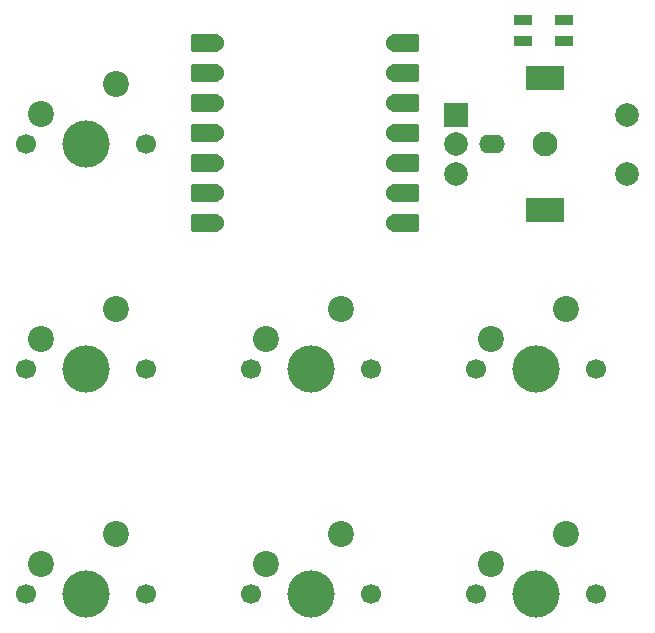
<source format=gts>
G04 #@! TF.GenerationSoftware,KiCad,Pcbnew,9.0.2*
G04 #@! TF.CreationDate,2025-06-17T21:40:11-05:00*
G04 #@! TF.ProjectId,hackapad_but_kerbal,6861636b-6170-4616-945f-6275745f6b65,rev?*
G04 #@! TF.SameCoordinates,Original*
G04 #@! TF.FileFunction,Soldermask,Top*
G04 #@! TF.FilePolarity,Negative*
%FSLAX46Y46*%
G04 Gerber Fmt 4.6, Leading zero omitted, Abs format (unit mm)*
G04 Created by KiCad (PCBNEW 9.0.2) date 2025-06-17 21:40:11*
%MOMM*%
%LPD*%
G01*
G04 APERTURE LIST*
G04 Aperture macros list*
%AMRoundRect*
0 Rectangle with rounded corners*
0 $1 Rounding radius*
0 $2 $3 $4 $5 $6 $7 $8 $9 X,Y pos of 4 corners*
0 Add a 4 corners polygon primitive as box body*
4,1,4,$2,$3,$4,$5,$6,$7,$8,$9,$2,$3,0*
0 Add four circle primitives for the rounded corners*
1,1,$1+$1,$2,$3*
1,1,$1+$1,$4,$5*
1,1,$1+$1,$6,$7*
1,1,$1+$1,$8,$9*
0 Add four rect primitives between the rounded corners*
20,1,$1+$1,$2,$3,$4,$5,0*
20,1,$1+$1,$4,$5,$6,$7,0*
20,1,$1+$1,$6,$7,$8,$9,0*
20,1,$1+$1,$8,$9,$2,$3,0*%
G04 Aperture macros list end*
%ADD10C,1.700000*%
%ADD11C,4.000000*%
%ADD12C,2.200000*%
%ADD13O,2.200000X1.600000*%
%ADD14C,2.100000*%
%ADD15R,2.000000X2.000000*%
%ADD16C,2.000000*%
%ADD17R,3.200000X2.000000*%
%ADD18RoundRect,0.152400X1.063600X0.609600X-1.063600X0.609600X-1.063600X-0.609600X1.063600X-0.609600X0*%
%ADD19C,1.524000*%
%ADD20RoundRect,0.152400X-1.063600X-0.609600X1.063600X-0.609600X1.063600X0.609600X-1.063600X0.609600X0*%
%ADD21R,1.600000X0.850000*%
G04 APERTURE END LIST*
D10*
G04 #@! TO.C,SW1*
X102940000Y-92441250D03*
D11*
X108020000Y-92441250D03*
D10*
X113100000Y-92441250D03*
D12*
X110560000Y-87361250D03*
X104210000Y-89901250D03*
G04 #@! TD*
D10*
G04 #@! TO.C,SW4*
X121990000Y-111500000D03*
D11*
X127070000Y-111500000D03*
D10*
X132150000Y-111500000D03*
D12*
X129610000Y-106420000D03*
X123260000Y-108960000D03*
G04 #@! TD*
D13*
G04 #@! TO.C,SW7*
X142376250Y-73400000D03*
D14*
X146876250Y-73400000D03*
D15*
X139376250Y-70900000D03*
D16*
X139376250Y-75900000D03*
X139376250Y-73400000D03*
D17*
X146876250Y-67800000D03*
X146876250Y-79000000D03*
D16*
X153876250Y-75900000D03*
X153876250Y-70900000D03*
G04 #@! TD*
D10*
G04 #@! TO.C,SW2*
X102940000Y-111491250D03*
D11*
X108020000Y-111491250D03*
D10*
X113100000Y-111491250D03*
D12*
X110560000Y-106411250D03*
X104210000Y-108951250D03*
G04 #@! TD*
D10*
G04 #@! TO.C,SW5*
X141040000Y-92450000D03*
D11*
X146120000Y-92450000D03*
D10*
X151200000Y-92450000D03*
D12*
X148660000Y-87370000D03*
X142310000Y-89910000D03*
G04 #@! TD*
D10*
G04 #@! TO.C,SW3*
X121990000Y-92441250D03*
D11*
X127070000Y-92441250D03*
D10*
X132150000Y-92441250D03*
D12*
X129610000Y-87361250D03*
X123260000Y-89901250D03*
G04 #@! TD*
D18*
G04 #@! TO.C,U1*
X118125000Y-64800000D03*
D19*
X118960000Y-64800000D03*
D18*
X118125000Y-67340000D03*
D19*
X118960000Y-67340000D03*
D18*
X118125000Y-69880000D03*
D19*
X118960000Y-69880000D03*
D18*
X118125000Y-72420000D03*
D19*
X118960000Y-72420000D03*
D18*
X118125000Y-74960000D03*
D19*
X118960000Y-74960000D03*
D18*
X118125000Y-77500000D03*
D19*
X118960000Y-77500000D03*
D18*
X118125000Y-80040000D03*
D19*
X118960000Y-80040000D03*
X134200000Y-80040000D03*
D20*
X135035000Y-80040000D03*
D19*
X134200000Y-77500000D03*
D20*
X135035000Y-77500000D03*
D19*
X134200000Y-74960000D03*
D20*
X135035000Y-74960000D03*
D19*
X134200000Y-72420000D03*
D20*
X135035000Y-72420000D03*
D19*
X134200000Y-69880000D03*
D20*
X135035000Y-69880000D03*
D19*
X134200000Y-67340000D03*
D20*
X135035000Y-67340000D03*
D19*
X134200000Y-64800000D03*
D20*
X135035000Y-64800000D03*
G04 #@! TD*
D21*
G04 #@! TO.C,D1*
X145000000Y-62900000D03*
X145000000Y-64650000D03*
X148500000Y-64650000D03*
X148500000Y-62900000D03*
G04 #@! TD*
D10*
G04 #@! TO.C,SW6*
X141040000Y-111500000D03*
D11*
X146120000Y-111500000D03*
D10*
X151200000Y-111500000D03*
D12*
X148660000Y-106420000D03*
X142310000Y-108960000D03*
G04 #@! TD*
D10*
G04 #@! TO.C,SW8*
X102920000Y-73400000D03*
D11*
X108000000Y-73400000D03*
D10*
X113080000Y-73400000D03*
D12*
X110540000Y-68320000D03*
X104190000Y-70860000D03*
G04 #@! TD*
M02*

</source>
